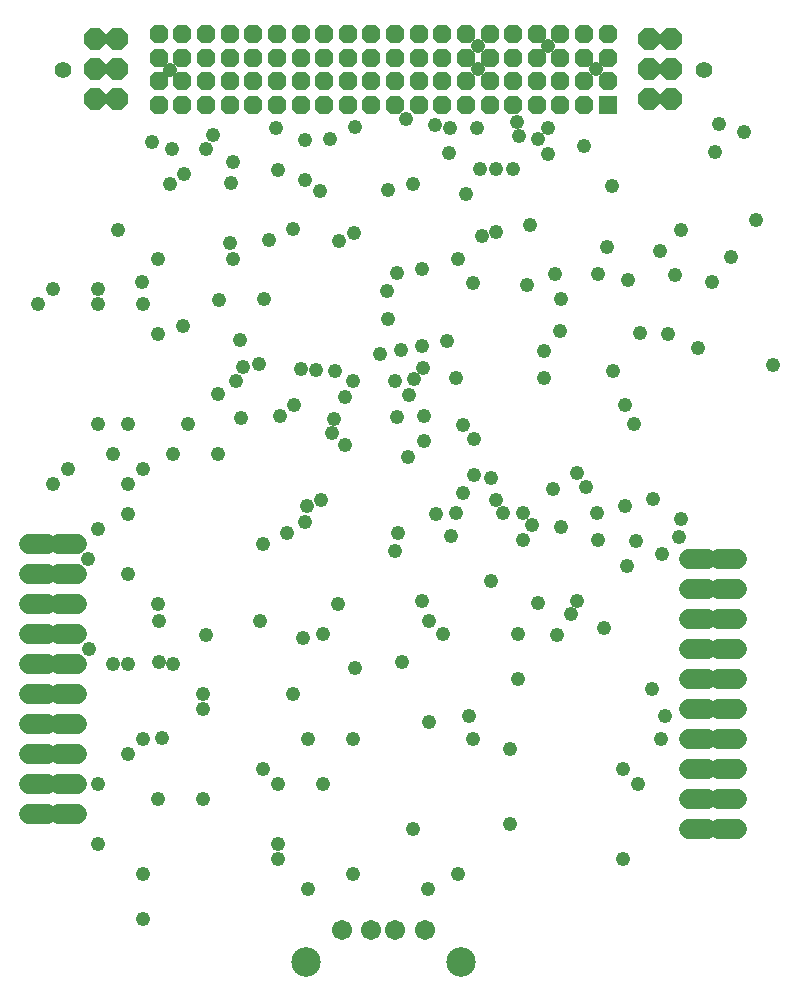
<source format=gbs>
G75*
%MOIN*%
%OFA0B0*%
%FSLAX25Y25*%
%IPPOS*%
%LPD*%
%AMOC8*
5,1,8,0,0,1.08239X$1,22.5*
%
%ADD10C,0.06800*%
%ADD11C,0.05524*%
%ADD12OC8,0.07296*%
%ADD13R,0.06186X0.06186*%
%ADD14OC8,0.06186*%
%ADD15C,0.06737*%
%ADD16C,0.09855*%
%ADD17C,0.04762*%
D10*
X0042000Y0095000D02*
X0048000Y0095000D01*
X0052000Y0095000D02*
X0058000Y0095000D01*
X0058000Y0105000D02*
X0052000Y0105000D01*
X0048000Y0105000D02*
X0042000Y0105000D01*
X0042000Y0115000D02*
X0048000Y0115000D01*
X0052000Y0115000D02*
X0058000Y0115000D01*
X0058000Y0125000D02*
X0052000Y0125000D01*
X0048000Y0125000D02*
X0042000Y0125000D01*
X0042000Y0135000D02*
X0048000Y0135000D01*
X0052000Y0135000D02*
X0058000Y0135000D01*
X0058000Y0145000D02*
X0052000Y0145000D01*
X0048000Y0145000D02*
X0042000Y0145000D01*
X0042000Y0155000D02*
X0048000Y0155000D01*
X0052000Y0155000D02*
X0058000Y0155000D01*
X0058000Y0165000D02*
X0052000Y0165000D01*
X0048000Y0165000D02*
X0042000Y0165000D01*
X0042000Y0175000D02*
X0048000Y0175000D01*
X0052000Y0175000D02*
X0058000Y0175000D01*
X0058000Y0185000D02*
X0052000Y0185000D01*
X0048000Y0185000D02*
X0042000Y0185000D01*
X0262000Y0180000D02*
X0268000Y0180000D01*
X0272000Y0180000D02*
X0278000Y0180000D01*
X0278000Y0170000D02*
X0272000Y0170000D01*
X0268000Y0170000D02*
X0262000Y0170000D01*
X0262000Y0160000D02*
X0268000Y0160000D01*
X0272000Y0160000D02*
X0278000Y0160000D01*
X0278000Y0150000D02*
X0272000Y0150000D01*
X0268000Y0150000D02*
X0262000Y0150000D01*
X0262000Y0140000D02*
X0268000Y0140000D01*
X0272000Y0140000D02*
X0278000Y0140000D01*
X0278000Y0130000D02*
X0272000Y0130000D01*
X0268000Y0130000D02*
X0262000Y0130000D01*
X0262000Y0120000D02*
X0268000Y0120000D01*
X0272000Y0120000D02*
X0278000Y0120000D01*
X0278000Y0110000D02*
X0272000Y0110000D01*
X0268000Y0110000D02*
X0262000Y0110000D01*
X0262000Y0100000D02*
X0268000Y0100000D01*
X0272000Y0100000D02*
X0278000Y0100000D01*
X0278000Y0090000D02*
X0272000Y0090000D01*
X0268000Y0090000D02*
X0262000Y0090000D01*
D11*
X0266870Y0342992D03*
X0053130Y0342992D03*
D12*
X0063996Y0343110D03*
X0063996Y0353110D03*
X0071398Y0353110D03*
X0071398Y0343110D03*
X0071398Y0333110D03*
X0063996Y0333110D03*
X0248602Y0333106D03*
X0256004Y0333106D03*
X0256004Y0343106D03*
X0256004Y0353106D03*
X0248602Y0353106D03*
X0248602Y0343106D03*
D13*
X0234803Y0331299D03*
D14*
X0226929Y0331299D03*
X0219055Y0331299D03*
X0211181Y0331299D03*
X0203307Y0331299D03*
X0195433Y0331299D03*
X0187559Y0331299D03*
X0179685Y0331299D03*
X0171811Y0331299D03*
X0163937Y0331299D03*
X0156063Y0331299D03*
X0148189Y0331299D03*
X0140315Y0331299D03*
X0132441Y0331299D03*
X0124567Y0331299D03*
X0116693Y0331299D03*
X0108819Y0331299D03*
X0100945Y0331299D03*
X0093071Y0331299D03*
X0085197Y0331299D03*
X0085197Y0339173D03*
X0085197Y0347047D03*
X0085197Y0354921D03*
X0093071Y0354921D03*
X0093071Y0347047D03*
X0093071Y0339173D03*
X0100945Y0339173D03*
X0100945Y0347047D03*
X0100945Y0354921D03*
X0108819Y0354921D03*
X0108819Y0347047D03*
X0108819Y0339173D03*
X0116693Y0339173D03*
X0124567Y0339173D03*
X0124567Y0347047D03*
X0116693Y0347047D03*
X0116693Y0354921D03*
X0124567Y0354921D03*
X0132441Y0354921D03*
X0132441Y0347047D03*
X0132441Y0339173D03*
X0140315Y0339173D03*
X0140315Y0347047D03*
X0140315Y0354921D03*
X0148189Y0354921D03*
X0148189Y0347047D03*
X0148189Y0339173D03*
X0156063Y0339173D03*
X0156063Y0347047D03*
X0156063Y0354921D03*
X0163937Y0354921D03*
X0163937Y0347047D03*
X0163937Y0339173D03*
X0171811Y0339173D03*
X0171811Y0347047D03*
X0171811Y0354921D03*
X0179685Y0354921D03*
X0179685Y0347047D03*
X0179685Y0339173D03*
X0187559Y0339173D03*
X0187559Y0347047D03*
X0187559Y0354921D03*
X0195433Y0354921D03*
X0195433Y0347047D03*
X0195433Y0339173D03*
X0203307Y0339173D03*
X0211181Y0339173D03*
X0211181Y0347047D03*
X0203307Y0347047D03*
X0203307Y0354921D03*
X0211181Y0354921D03*
X0219055Y0354921D03*
X0219055Y0347047D03*
X0219055Y0339173D03*
X0226929Y0339173D03*
X0226929Y0347047D03*
X0226929Y0354921D03*
X0234803Y0354921D03*
X0234803Y0347047D03*
X0234803Y0339173D03*
D15*
X0173780Y0056142D03*
X0163937Y0056142D03*
X0156063Y0056142D03*
X0146220Y0056142D03*
D16*
X0134134Y0045472D03*
X0185866Y0045472D03*
D17*
X0065000Y0085000D03*
X0080000Y0075000D03*
X0080000Y0060000D03*
X0085000Y0100000D03*
X0075000Y0115000D03*
X0080000Y0120000D03*
X0086375Y0120325D03*
X0100000Y0130000D03*
X0100000Y0135000D03*
X0090000Y0145000D03*
X0085250Y0145750D03*
X0075000Y0145000D03*
X0070000Y0145000D03*
X0061800Y0150000D03*
X0075000Y0175000D03*
X0085000Y0165000D03*
X0085250Y0159250D03*
X0101000Y0154750D03*
X0119000Y0159250D03*
X0133175Y0153625D03*
X0140000Y0155000D03*
X0145000Y0165000D03*
X0150500Y0143500D03*
X0166250Y0145750D03*
X0175250Y0159250D03*
X0180000Y0155000D03*
X0173000Y0166000D03*
X0163875Y0182750D03*
X0164900Y0188500D03*
X0177750Y0195000D03*
X0184250Y0195250D03*
X0186500Y0202000D03*
X0190100Y0207850D03*
X0195950Y0206950D03*
X0197750Y0199750D03*
X0200000Y0195250D03*
X0206750Y0195250D03*
X0209675Y0191425D03*
X0206750Y0186250D03*
X0195950Y0172750D03*
X0182450Y0187600D03*
X0168275Y0213925D03*
X0173450Y0219325D03*
X0173450Y0227650D03*
X0168500Y0234625D03*
X0170175Y0239775D03*
X0173225Y0243625D03*
X0172775Y0251050D03*
X0165800Y0249700D03*
X0159050Y0248125D03*
X0163775Y0239350D03*
X0164675Y0227200D03*
X0147350Y0233950D03*
X0150050Y0239350D03*
X0143975Y0242500D03*
X0137450Y0242950D03*
X0132500Y0243175D03*
X0130250Y0231250D03*
X0125525Y0227650D03*
X0112475Y0226975D03*
X0105000Y0235000D03*
X0110900Y0239350D03*
X0113150Y0244075D03*
X0118425Y0244950D03*
X0112250Y0253075D03*
X0105275Y0266125D03*
X0093125Y0257575D03*
X0085000Y0255000D03*
X0080000Y0265000D03*
X0079625Y0272425D03*
X0085000Y0280000D03*
X0071750Y0289750D03*
X0065000Y0270000D03*
X0065000Y0265000D03*
X0050000Y0270000D03*
X0045000Y0265000D03*
X0065000Y0225000D03*
X0075000Y0225000D03*
X0070000Y0215000D03*
X0075000Y0205000D03*
X0080000Y0210000D03*
X0090000Y0215000D03*
X0095000Y0225000D03*
X0105000Y0215000D03*
X0120000Y0185000D03*
X0128000Y0188500D03*
X0134075Y0192100D03*
X0134750Y0197500D03*
X0139250Y0199750D03*
X0147125Y0217975D03*
X0142850Y0222025D03*
X0143750Y0226750D03*
X0161525Y0259825D03*
X0161125Y0269275D03*
X0164675Y0275350D03*
X0173000Y0276475D03*
X0185000Y0280000D03*
X0189875Y0271975D03*
X0193025Y0287725D03*
X0197525Y0288850D03*
X0187625Y0301675D03*
X0192350Y0310000D03*
X0197750Y0310000D03*
X0203375Y0310000D03*
X0205400Y0320800D03*
X0204725Y0325750D03*
X0211475Y0319900D03*
X0215075Y0323500D03*
X0215000Y0315000D03*
X0227000Y0317650D03*
X0236225Y0304150D03*
X0234650Y0283900D03*
X0231500Y0274900D03*
X0241625Y0272875D03*
X0252200Y0282550D03*
X0257375Y0274450D03*
X0269750Y0272425D03*
X0276050Y0280750D03*
X0284375Y0292900D03*
X0270725Y0315675D03*
X0271775Y0325075D03*
X0280325Y0322150D03*
X0259400Y0289750D03*
X0255000Y0255000D03*
X0245450Y0255100D03*
X0236450Y0242725D03*
X0240500Y0231250D03*
X0243650Y0224950D03*
X0224750Y0208750D03*
X0227675Y0203800D03*
X0231275Y0195250D03*
X0231500Y0186250D03*
X0241175Y0177475D03*
X0244100Y0186025D03*
X0252875Y0181750D03*
X0258725Y0187375D03*
X0259325Y0193150D03*
X0250000Y0200000D03*
X0240500Y0197500D03*
X0219100Y0190450D03*
X0216425Y0203350D03*
X0190100Y0220000D03*
X0186500Y0224500D03*
X0184250Y0240250D03*
X0181325Y0252625D03*
X0207875Y0271300D03*
X0217325Y0274900D03*
X0219350Y0266575D03*
X0218900Y0256000D03*
X0213500Y0249250D03*
X0213500Y0240250D03*
X0208775Y0291100D03*
X0191225Y0323500D03*
X0182225Y0323725D03*
X0177275Y0324625D03*
X0167600Y0326650D03*
X0182000Y0315400D03*
X0169775Y0304775D03*
X0161525Y0303025D03*
X0150400Y0288650D03*
X0145325Y0285925D03*
X0130025Y0289975D03*
X0121925Y0286150D03*
X0108875Y0285250D03*
X0110000Y0280000D03*
X0120350Y0266575D03*
X0109100Y0305275D03*
X0110000Y0312250D03*
X0101000Y0316750D03*
X0103250Y0321250D03*
X0093575Y0308425D03*
X0089075Y0304825D03*
X0089525Y0316750D03*
X0083000Y0319000D03*
X0089075Y0343075D03*
X0124175Y0323725D03*
X0134075Y0319675D03*
X0142400Y0319900D03*
X0150725Y0323950D03*
X0139025Y0302575D03*
X0133850Y0306175D03*
X0124775Y0309550D03*
X0191450Y0343300D03*
X0191450Y0350950D03*
X0215075Y0350950D03*
X0230825Y0343300D03*
X0264800Y0250375D03*
X0290000Y0244750D03*
X0224750Y0166000D03*
X0222500Y0161500D03*
X0218000Y0154750D03*
X0211475Y0165100D03*
X0205000Y0155000D03*
X0205000Y0140000D03*
X0190000Y0120000D03*
X0188750Y0127750D03*
X0175250Y0125500D03*
X0150000Y0120000D03*
X0135000Y0120000D03*
X0130000Y0135000D03*
X0120000Y0110000D03*
X0125000Y0105000D03*
X0140000Y0105000D03*
X0125000Y0085000D03*
X0125000Y0080000D03*
X0135000Y0070000D03*
X0150000Y0075000D03*
X0170000Y0090000D03*
X0185000Y0075000D03*
X0175000Y0070000D03*
X0202250Y0091750D03*
X0202250Y0116500D03*
X0233750Y0157000D03*
X0249500Y0136750D03*
X0254000Y0127750D03*
X0252750Y0120000D03*
X0240000Y0110000D03*
X0245000Y0105000D03*
X0240000Y0080000D03*
X0100000Y0100000D03*
X0065000Y0105000D03*
X0061575Y0180000D03*
X0065000Y0190000D03*
X0075000Y0195000D03*
X0055000Y0210000D03*
X0050000Y0205000D03*
M02*

</source>
